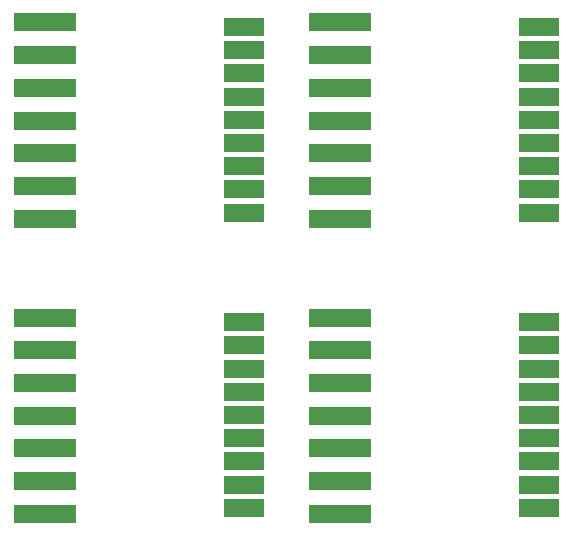
<source format=gbs>
%MOIN*%
%OFA0B0*%
%FSLAX26Y26*%
%IPPOS*%
%LPD*%
%ADD32R,0.13288X0.06288*%
%ADD42R,0.20788X0.062379999999999991*%
%ADD75R,0.13288X0.06288*%
%ADD85R,0.20788X0.062379999999999991*%
%ADD118R,0.13288X0.06288*%
%ADD128R,0.20788X0.062379999999999991*%
%ADD161R,0.13288X0.06288*%
%ADD171R,0.20788X0.062379999999999991*%
%LPD*%
G90*
G75*
G01*
D42*
X-00314960Y-00314960D02*
X00185134Y00164435D03*
X00185134Y00273435D03*
X00185134Y00382435D03*
X00185134Y00491435D03*
X00185134Y00600435D03*
X00185134Y00709435D03*
X00185134Y00818435D03*
D32*
X00847490Y00803738D03*
X00847490Y00726294D03*
X00847490Y00648849D03*
X00847490Y00571406D03*
X00847490Y00493961D03*
X00847490Y00416516D03*
X00847490Y00339072D03*
X00847490Y00261627D03*
X00847490Y00184183D03*
G90*
G75*
G01*
D85*
X-00314960Y00669291D02*
X00185134Y01148687D03*
X00185134Y01257687D03*
X00185134Y01366687D03*
X00185134Y01475687D03*
X00185134Y01584687D03*
X00185134Y01693687D03*
X00185134Y01802687D03*
D75*
X00847490Y01787991D03*
X00847490Y01710546D03*
X00847490Y01633101D03*
X00847490Y01555658D03*
X00847490Y01478213D03*
X00847490Y01400768D03*
X00847490Y01323324D03*
X00847490Y01245879D03*
X00847490Y01168435D03*
G04 next file*
%LPD*%
G90*
G75*
G01*
D128*
X00669291Y00669291D02*
X01169386Y01148687D03*
X01169386Y01257687D03*
X01169386Y01366687D03*
X01169386Y01475687D03*
X01169386Y01584687D03*
X01169386Y01693687D03*
X01169386Y01802687D03*
D118*
X01831742Y01787991D03*
X01831742Y01710546D03*
X01831742Y01633101D03*
X01831742Y01555658D03*
X01831742Y01478213D03*
X01831742Y01400768D03*
X01831742Y01323324D03*
X01831742Y01245879D03*
X01831742Y01168435D03*
G04 next file*
G04 DipTrace 3.3.1.1*
G04 BottomMask.gbs*
G04 #@! TF.FileFunction,Soldermask,Bot*
G04 #@! TF.Part,Single*
G04*
G04 skipping 70
G90*
G75*
G01*
G04 BotMask*
D171*
X00669291Y-00314960D02*
X01169386Y00164435D03*
X01169386Y00273435D03*
X01169386Y00382435D03*
X01169386Y00491435D03*
X01169386Y00600435D03*
X01169386Y00709435D03*
X01169386Y00818435D03*
D161*
X01831742Y00803738D03*
X01831742Y00726294D03*
X01831742Y00648849D03*
X01831742Y00571406D03*
X01831742Y00493961D03*
X01831742Y00416516D03*
X01831742Y00339072D03*
X01831742Y00261627D03*
X01831742Y00184183D03*
M02*
</source>
